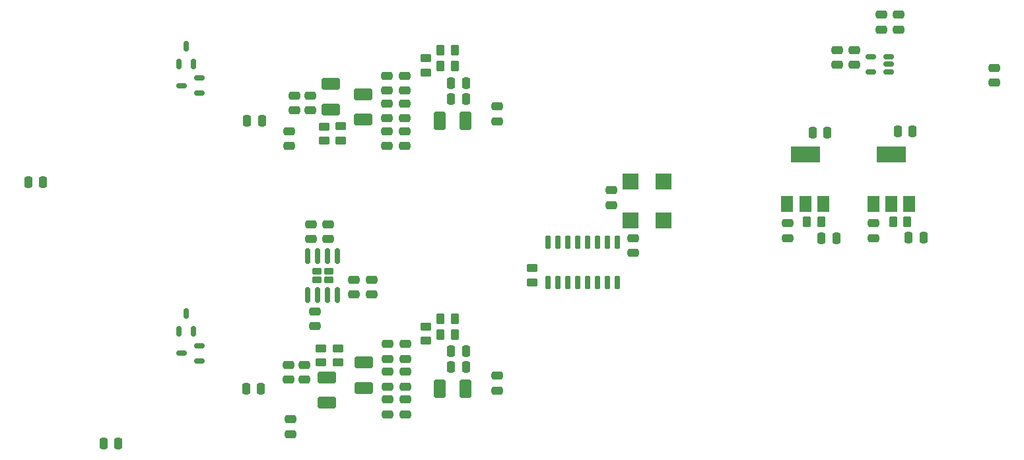
<source format=gbr>
%TF.GenerationSoftware,KiCad,Pcbnew,8.0.2*%
%TF.CreationDate,2025-02-26T14:51:05+00:00*%
%TF.ProjectId,misrc,6d697372-632e-46b6-9963-61645f706362,0.3*%
%TF.SameCoordinates,Original*%
%TF.FileFunction,Paste,Bot*%
%TF.FilePolarity,Positive*%
%FSLAX46Y46*%
G04 Gerber Fmt 4.6, Leading zero omitted, Abs format (unit mm)*
G04 Created by KiCad (PCBNEW 8.0.2) date 2025-02-26 14:51:05*
%MOMM*%
%LPD*%
G01*
G04 APERTURE LIST*
G04 Aperture macros list*
%AMRoundRect*
0 Rectangle with rounded corners*
0 $1 Rounding radius*
0 $2 $3 $4 $5 $6 $7 $8 $9 X,Y pos of 4 corners*
0 Add a 4 corners polygon primitive as box body*
4,1,4,$2,$3,$4,$5,$6,$7,$8,$9,$2,$3,0*
0 Add four circle primitives for the rounded corners*
1,1,$1+$1,$2,$3*
1,1,$1+$1,$4,$5*
1,1,$1+$1,$6,$7*
1,1,$1+$1,$8,$9*
0 Add four rect primitives between the rounded corners*
20,1,$1+$1,$2,$3,$4,$5,0*
20,1,$1+$1,$4,$5,$6,$7,0*
20,1,$1+$1,$6,$7,$8,$9,0*
20,1,$1+$1,$8,$9,$2,$3,0*%
G04 Aperture macros list end*
%ADD10RoundRect,0.250000X-0.250000X-0.475000X0.250000X-0.475000X0.250000X0.475000X-0.250000X0.475000X0*%
%ADD11RoundRect,0.250001X-0.924999X0.499999X-0.924999X-0.499999X0.924999X-0.499999X0.924999X0.499999X0*%
%ADD12RoundRect,0.250000X-0.475000X0.250000X-0.475000X-0.250000X0.475000X-0.250000X0.475000X0.250000X0*%
%ADD13RoundRect,0.250000X0.475000X-0.250000X0.475000X0.250000X-0.475000X0.250000X-0.475000X-0.250000X0*%
%ADD14R,2.000000X2.000000*%
%ADD15RoundRect,0.150000X0.150000X-0.512500X0.150000X0.512500X-0.150000X0.512500X-0.150000X-0.512500X0*%
%ADD16RoundRect,0.250000X-0.450000X0.262500X-0.450000X-0.262500X0.450000X-0.262500X0.450000X0.262500X0*%
%ADD17RoundRect,0.250000X-0.262500X-0.450000X0.262500X-0.450000X0.262500X0.450000X-0.262500X0.450000X0*%
%ADD18RoundRect,0.250000X0.262500X0.450000X-0.262500X0.450000X-0.262500X-0.450000X0.262500X-0.450000X0*%
%ADD19R,1.500000X2.000000*%
%ADD20R,3.800000X2.000000*%
%ADD21RoundRect,0.230000X0.375000X-0.230000X0.375000X0.230000X-0.375000X0.230000X-0.375000X-0.230000X0*%
%ADD22RoundRect,0.150000X0.150000X-0.825000X0.150000X0.825000X-0.150000X0.825000X-0.150000X-0.825000X0*%
%ADD23RoundRect,0.250001X0.924999X-0.499999X0.924999X0.499999X-0.924999X0.499999X-0.924999X-0.499999X0*%
%ADD24RoundRect,0.250000X0.250000X0.475000X-0.250000X0.475000X-0.250000X-0.475000X0.250000X-0.475000X0*%
%ADD25RoundRect,0.250000X0.450000X-0.262500X0.450000X0.262500X-0.450000X0.262500X-0.450000X-0.262500X0*%
%ADD26RoundRect,0.250001X-0.499999X-0.924999X0.499999X-0.924999X0.499999X0.924999X-0.499999X0.924999X0*%
%ADD27RoundRect,0.150000X0.512500X0.150000X-0.512500X0.150000X-0.512500X-0.150000X0.512500X-0.150000X0*%
%ADD28RoundRect,0.150000X0.150000X-0.725000X0.150000X0.725000X-0.150000X0.725000X-0.150000X-0.725000X0*%
G04 APERTURE END LIST*
D10*
%TO.C,C122*%
X100015000Y-117856000D03*
X101915000Y-117856000D03*
%TD*%
D11*
%TO.C,C102*%
X110363000Y-116358000D03*
X110363000Y-119608000D03*
%TD*%
D12*
%TO.C,C226*%
X132207000Y-81600000D03*
X132207000Y-83500000D03*
%TD*%
D13*
%TO.C,C221*%
X118097000Y-83119000D03*
X118097000Y-81219000D03*
%TD*%
D12*
%TO.C,C20*%
X169418000Y-96586000D03*
X169418000Y-98486000D03*
%TD*%
%TO.C,C8*%
X175831500Y-74361000D03*
X175831500Y-76261000D03*
%TD*%
D14*
%TO.C,X1*%
X149330000Y-96240000D03*
X149330000Y-91240000D03*
X153530000Y-91240000D03*
X153530000Y-96240000D03*
%TD*%
D15*
%TO.C,Q202*%
X93279000Y-76194500D03*
X91379000Y-76194500D03*
X92329000Y-73919500D03*
%TD*%
D16*
%TO.C,R204*%
X112141000Y-84154000D03*
X112141000Y-85979000D03*
%TD*%
D13*
%TO.C,C22*%
X108839000Y-109789000D03*
X108839000Y-107889000D03*
%TD*%
D12*
%TO.C,C21*%
X180467000Y-96586000D03*
X180467000Y-98486000D03*
%TD*%
D17*
%TO.C,R5*%
X182983500Y-96393000D03*
X184808500Y-96393000D03*
%TD*%
D18*
%TO.C,R126*%
X126769500Y-110871000D03*
X124944500Y-110871000D03*
%TD*%
D12*
%TO.C,C114*%
X120396000Y-112080000D03*
X120396000Y-113980000D03*
%TD*%
D10*
%TO.C,C216*%
X126291000Y-80645000D03*
X128191000Y-80645000D03*
%TD*%
D18*
%TO.C,R226*%
X126756500Y-76454000D03*
X124931500Y-76454000D03*
%TD*%
D12*
%TO.C,C213*%
X118097000Y-77663000D03*
X118097000Y-79563000D03*
%TD*%
%TO.C,C7*%
X195961000Y-76647000D03*
X195961000Y-78547000D03*
%TD*%
D19*
%TO.C,Q2*%
X185053000Y-94082000D03*
X182753000Y-94082000D03*
D20*
X182753000Y-87782000D03*
D19*
X180453000Y-94082000D03*
%TD*%
D10*
%TO.C,C15*%
X184978000Y-98425000D03*
X186878000Y-98425000D03*
%TD*%
D13*
%TO.C,C112*%
X118110000Y-121092000D03*
X118110000Y-119192000D03*
%TD*%
%TO.C,C31*%
X146810000Y-94250000D03*
X146810000Y-92350000D03*
%TD*%
D15*
%TO.C,Q102*%
X93279000Y-110490000D03*
X91379000Y-110490000D03*
X92329000Y-108215000D03*
%TD*%
D12*
%TO.C,C223*%
X105537000Y-84775000D03*
X105537000Y-86675000D03*
%TD*%
%TO.C,C214*%
X120383000Y-77663000D03*
X120383000Y-79563000D03*
%TD*%
D21*
%TO.C,U7*%
X109093000Y-103883000D03*
X110593000Y-103883000D03*
X109093000Y-102743000D03*
X110593000Y-102743000D03*
D22*
X111748000Y-105788000D03*
X110478000Y-105788000D03*
X109208000Y-105788000D03*
X107938000Y-105788000D03*
X107938000Y-100838000D03*
X109208000Y-100838000D03*
X110478000Y-100838000D03*
X111748000Y-100838000D03*
%TD*%
D23*
%TO.C,C217*%
X115049000Y-83286000D03*
X115049000Y-80036000D03*
%TD*%
D10*
%TO.C,C14*%
X173802000Y-98552000D03*
X175702000Y-98552000D03*
%TD*%
D16*
%TO.C,R125*%
X123063000Y-109831500D03*
X123063000Y-111656500D03*
%TD*%
D10*
%TO.C,C115*%
X126304000Y-113030000D03*
X128204000Y-113030000D03*
%TD*%
D13*
%TO.C,C111*%
X120396000Y-121092000D03*
X120396000Y-119192000D03*
%TD*%
D18*
%TO.C,R224*%
X126756500Y-74422000D03*
X124931500Y-74422000D03*
%TD*%
D24*
%TO.C,C29*%
X73975000Y-91313000D03*
X72075000Y-91313000D03*
%TD*%
D13*
%TO.C,C204*%
X106172000Y-82103000D03*
X106172000Y-80203000D03*
%TD*%
D19*
%TO.C,Q1*%
X174004000Y-94082000D03*
X171704000Y-94082000D03*
D20*
X171704000Y-87782000D03*
D19*
X169404000Y-94082000D03*
%TD*%
D10*
%TO.C,C116*%
X126304000Y-115062000D03*
X128204000Y-115062000D03*
%TD*%
D13*
%TO.C,C211*%
X120383000Y-86675000D03*
X120383000Y-84775000D03*
%TD*%
D12*
%TO.C,C113*%
X118110000Y-112080000D03*
X118110000Y-113980000D03*
%TD*%
D16*
%TO.C,R225*%
X123050000Y-75414500D03*
X123050000Y-77239500D03*
%TD*%
D18*
%TO.C,R124*%
X126769500Y-108839000D03*
X124944500Y-108839000D03*
%TD*%
D10*
%TO.C,C12*%
X172659000Y-84963000D03*
X174559000Y-84963000D03*
%TD*%
D12*
%TO.C,C126*%
X132207000Y-116144000D03*
X132207000Y-118044000D03*
%TD*%
D25*
%TO.C,R104*%
X111760000Y-114450500D03*
X111760000Y-112625500D03*
%TD*%
D13*
%TO.C,C220*%
X120383000Y-83119000D03*
X120383000Y-81219000D03*
%TD*%
D12*
%TO.C,C23*%
X110490000Y-96713000D03*
X110490000Y-98613000D03*
%TD*%
D23*
%TO.C,C117*%
X115062000Y-117703000D03*
X115062000Y-114453000D03*
%TD*%
D26*
%TO.C,C110*%
X124867000Y-117856000D03*
X128117000Y-117856000D03*
%TD*%
D27*
%TO.C,U6*%
X182430000Y-75250000D03*
X182430000Y-76200000D03*
X182430000Y-77150000D03*
X180155000Y-77150000D03*
X180155000Y-75250000D03*
%TD*%
D12*
%TO.C,C27*%
X181483000Y-69850000D03*
X181483000Y-71750000D03*
%TD*%
D17*
%TO.C,R4*%
X171934500Y-96393000D03*
X173759500Y-96393000D03*
%TD*%
D23*
%TO.C,C202*%
X110871000Y-81990000D03*
X110871000Y-78740000D03*
%TD*%
D27*
%TO.C,Q101*%
X93974500Y-112334000D03*
X93974500Y-114234000D03*
X91699500Y-113284000D03*
%TD*%
D28*
%TO.C,U1*%
X147574000Y-104175000D03*
X146304000Y-104175000D03*
X145034000Y-104175000D03*
X143764000Y-104175000D03*
X142494000Y-104175000D03*
X141224000Y-104175000D03*
X139954000Y-104175000D03*
X138684000Y-104175000D03*
X138684000Y-99025000D03*
X139954000Y-99025000D03*
X141224000Y-99025000D03*
X142494000Y-99025000D03*
X143764000Y-99025000D03*
X145034000Y-99025000D03*
X146304000Y-99025000D03*
X147574000Y-99025000D03*
%TD*%
D13*
%TO.C,C104*%
X105410000Y-116647000D03*
X105410000Y-114747000D03*
%TD*%
D25*
%TO.C,R1*%
X136652000Y-104163500D03*
X136652000Y-102338500D03*
%TD*%
%TO.C,R205*%
X109982000Y-86002500D03*
X109982000Y-84177500D03*
%TD*%
D12*
%TO.C,C28*%
X183642000Y-69850000D03*
X183642000Y-71750000D03*
%TD*%
D27*
%TO.C,Q201*%
X93980000Y-77978000D03*
X93980000Y-79878000D03*
X91705000Y-78928000D03*
%TD*%
D13*
%TO.C,C212*%
X118097000Y-86675000D03*
X118097000Y-84775000D03*
%TD*%
D12*
%TO.C,C5*%
X149606000Y-98491000D03*
X149606000Y-100391000D03*
%TD*%
D13*
%TO.C,C120*%
X120396000Y-117536000D03*
X120396000Y-115636000D03*
%TD*%
%TO.C,C203*%
X108204000Y-82103000D03*
X108204000Y-80203000D03*
%TD*%
D10*
%TO.C,C13*%
X183581000Y-84836000D03*
X185481000Y-84836000D03*
%TD*%
D13*
%TO.C,C103*%
X107442000Y-116647000D03*
X107442000Y-114747000D03*
%TD*%
D10*
%TO.C,C215*%
X126291000Y-78613000D03*
X128191000Y-78613000D03*
%TD*%
D12*
%TO.C,C123*%
X105664000Y-121732000D03*
X105664000Y-123632000D03*
%TD*%
D10*
%TO.C,C222*%
X100142000Y-83439000D03*
X102042000Y-83439000D03*
%TD*%
D13*
%TO.C,C121*%
X118110000Y-117536000D03*
X118110000Y-115636000D03*
%TD*%
D26*
%TO.C,C210*%
X124854000Y-83439000D03*
X128104000Y-83439000D03*
%TD*%
D13*
%TO.C,C25*%
X116078000Y-105725000D03*
X116078000Y-103825000D03*
%TD*%
D10*
%TO.C,C30*%
X81727000Y-124841000D03*
X83627000Y-124841000D03*
%TD*%
D16*
%TO.C,R105*%
X109601000Y-112625500D03*
X109601000Y-114450500D03*
%TD*%
D12*
%TO.C,C9*%
X177990500Y-74361000D03*
X177990500Y-76261000D03*
%TD*%
D13*
%TO.C,C26*%
X113792000Y-105725000D03*
X113792000Y-103825000D03*
%TD*%
%TO.C,C24*%
X108331000Y-98613000D03*
X108331000Y-96713000D03*
%TD*%
M02*

</source>
